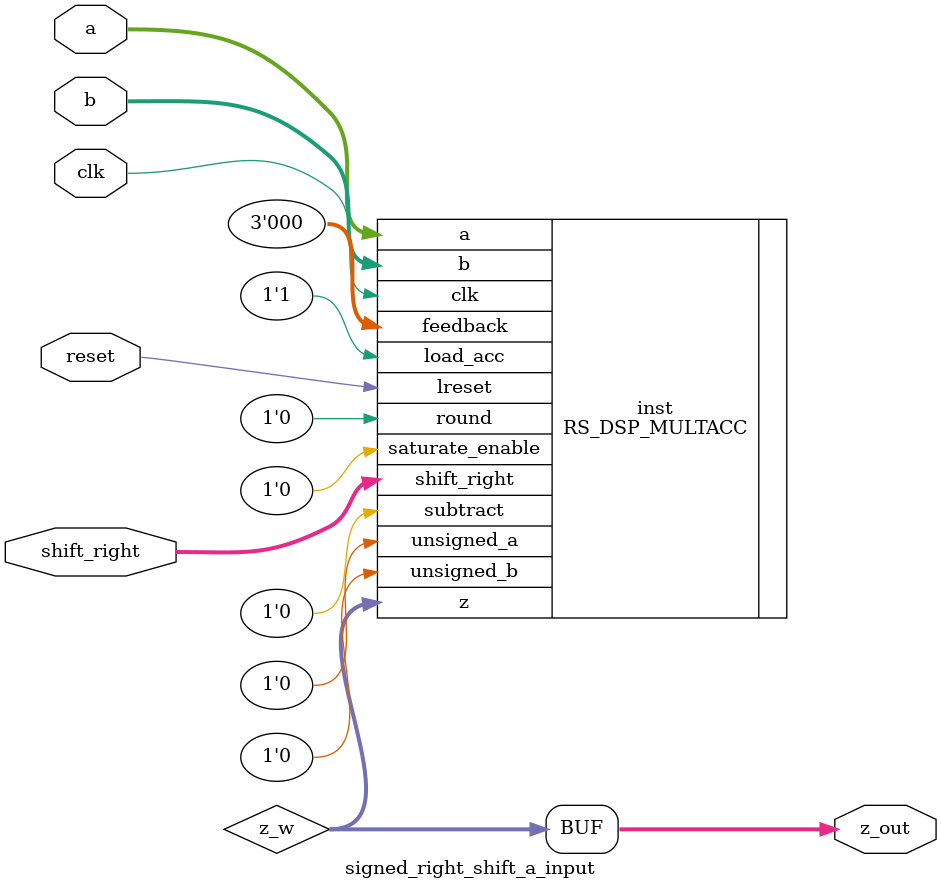
<source format=sv>
module signed_right_shift_a_input (
	input  wire [19:0] a,
    input  wire [17:0] b,
    input  wire [5:0] shift_right,
	input wire clk, reset,
    output wire [37:0] z_out
    );

    parameter [79:0] MODE_BITS = 80'd0;
    
    wire [37:0] z_w;
	//wire reset;
	RS_DSP_MULTACC #(
    .MODE_BITS(80'h00000000000000000000)) 
        inst(.a(a), .b(b), .z(z_w), .clk(clk), .lreset(reset), .load_acc(1'b1) , .feedback(3'd0), 
        .unsigned_a(1'b0), .unsigned_b(1'b0), .saturate_enable(1'b0), .shift_right(shift_right),
        .round(1'b0), .subtract(1'b0));
	
    assign z_out = z_w;

endmodule
</source>
